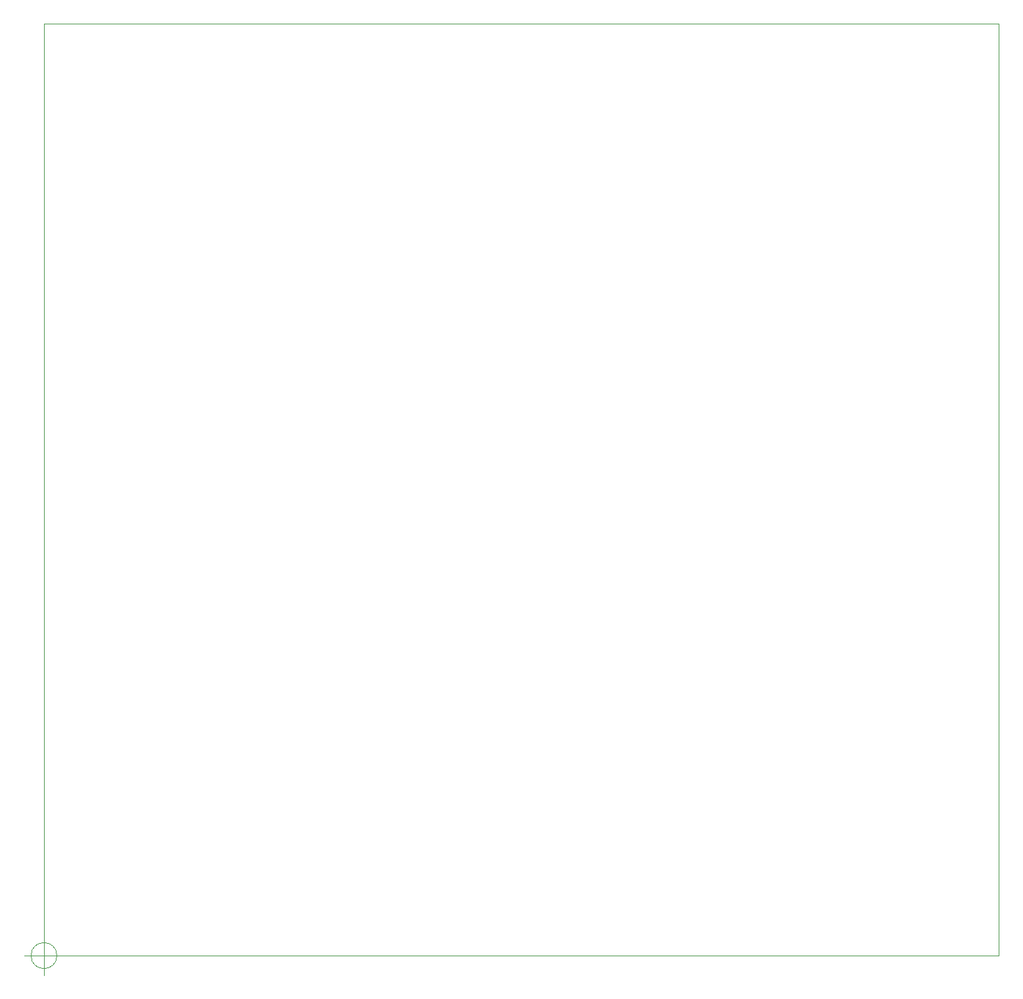
<source format=gm1>
G04 #@! TF.GenerationSoftware,KiCad,Pcbnew,(5.1.8)-1*
G04 #@! TF.CreationDate,2021-03-08T00:14:45+09:00*
G04 #@! TF.ProjectId,mifune_TE0890_remote_board,6d696675-6e65-45f5-9445-303839305f72,rev?*
G04 #@! TF.SameCoordinates,Original*
G04 #@! TF.FileFunction,Profile,NP*
%FSLAX46Y46*%
G04 Gerber Fmt 4.6, Leading zero omitted, Abs format (unit mm)*
G04 Created by KiCad (PCBNEW (5.1.8)-1) date 2021-03-08 00:14:45*
%MOMM*%
%LPD*%
G01*
G04 APERTURE LIST*
G04 #@! TA.AperFunction,Profile*
%ADD10C,0.050000*%
G04 #@! TD*
G04 APERTURE END LIST*
D10*
X43424266Y-189230000D02*
G75*
G03*
X43424266Y-189230000I-1666666J0D01*
G01*
X39257600Y-189230000D02*
X44257600Y-189230000D01*
X41757600Y-186730000D02*
X41757600Y-191730000D01*
X164769800Y-69240400D02*
X149758400Y-69240400D01*
X164769800Y-189230000D02*
X164769800Y-69240400D01*
X149758400Y-189230000D02*
X164769800Y-189230000D01*
X41757600Y-69240400D02*
X41757600Y-189230000D01*
X149758400Y-69240400D02*
X41757600Y-69240400D01*
X41757600Y-189230000D02*
X149758400Y-189230000D01*
M02*

</source>
